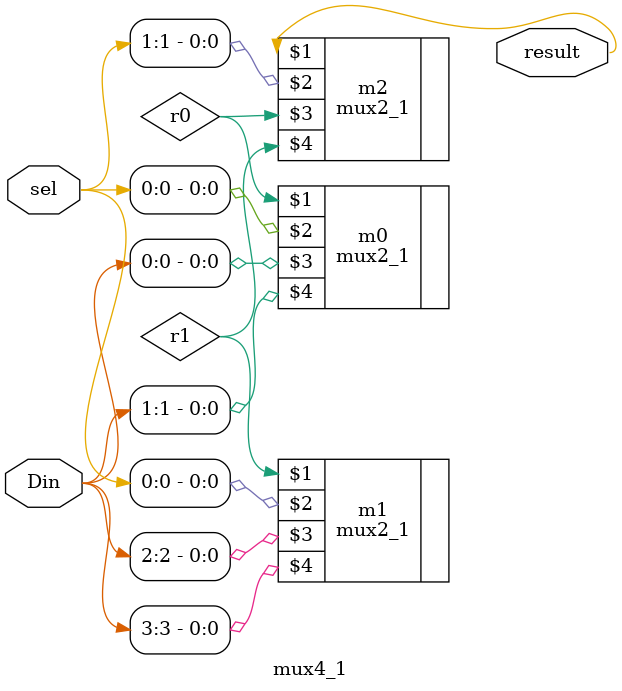
<source format=v>
`timescale 1ns / 1ps
 module mux4_1(result, sel, Din);
        input[1:0] sel;
        input[3:0] Din;
        output result;

        wire r0,r1;

        mux2_1 m0(r0, sel[0], Din[0], Din[1]);
		  mux2_1 m1(r1, sel[0], Din[2], Din[3]);
		  mux2_1 m2(result, sel[1], r0, r1);

    endmodule

</source>
